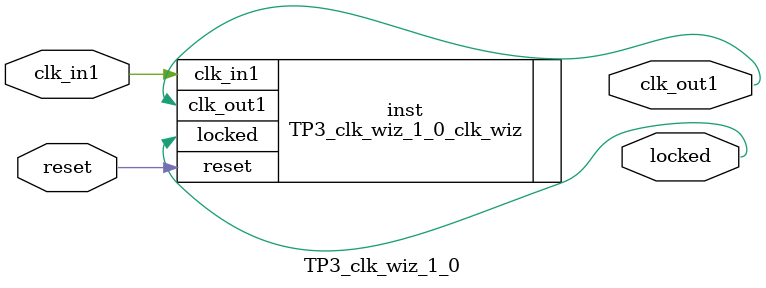
<source format=v>


`timescale 1ps/1ps

(* CORE_GENERATION_INFO = "TP3_clk_wiz_1_0,clk_wiz_v6_0_6_0_0,{component_name=TP3_clk_wiz_1_0,use_phase_alignment=true,use_min_o_jitter=false,use_max_i_jitter=false,use_dyn_phase_shift=false,use_inclk_switchover=false,use_dyn_reconfig=false,enable_axi=0,feedback_source=FDBK_AUTO,PRIMITIVE=MMCM,num_out_clk=1,clkin1_period=10.000,clkin2_period=10.000,use_power_down=false,use_reset=true,use_locked=true,use_inclk_stopped=false,feedback_type=SINGLE,CLOCK_MGR_TYPE=NA,manual_override=false}" *)

module TP3_clk_wiz_1_0 
 (
  // Clock out ports
  output        clk_out1,
  // Status and control signals
  input         reset,
  output        locked,
 // Clock in ports
  input         clk_in1
 );

  TP3_clk_wiz_1_0_clk_wiz inst
  (
  // Clock out ports  
  .clk_out1(clk_out1),
  // Status and control signals               
  .reset(reset), 
  .locked(locked),
 // Clock in ports
  .clk_in1(clk_in1)
  );

endmodule

</source>
